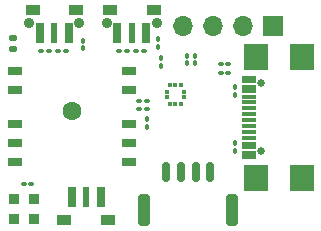
<source format=gbr>
%TF.GenerationSoftware,KiCad,Pcbnew,9.0.0*%
%TF.CreationDate,2025-06-12T14:50:32+02:00*%
%TF.ProjectId,hardware v4 pro max,68617264-7761-4726-9520-76342070726f,rev?*%
%TF.SameCoordinates,Original*%
%TF.FileFunction,Soldermask,Bot*%
%TF.FilePolarity,Negative*%
%FSLAX46Y46*%
G04 Gerber Fmt 4.6, Leading zero omitted, Abs format (unit mm)*
G04 Created by KiCad (PCBNEW 9.0.0) date 2025-06-12 14:50:32*
%MOMM*%
%LPD*%
G01*
G04 APERTURE LIST*
G04 Aperture macros list*
%AMRoundRect*
0 Rectangle with rounded corners*
0 $1 Rounding radius*
0 $2 $3 $4 $5 $6 $7 $8 $9 X,Y pos of 4 corners*
0 Add a 4 corners polygon primitive as box body*
4,1,4,$2,$3,$4,$5,$6,$7,$8,$9,$2,$3,0*
0 Add four circle primitives for the rounded corners*
1,1,$1+$1,$2,$3*
1,1,$1+$1,$4,$5*
1,1,$1+$1,$6,$7*
1,1,$1+$1,$8,$9*
0 Add four rect primitives between the rounded corners*
20,1,$1+$1,$2,$3,$4,$5,0*
20,1,$1+$1,$4,$5,$6,$7,0*
20,1,$1+$1,$6,$7,$8,$9,0*
20,1,$1+$1,$8,$9,$2,$3,0*%
G04 Aperture macros list end*
%ADD10R,1.700000X1.700000*%
%ADD11O,1.700000X1.700000*%
%ADD12RoundRect,0.100000X0.130000X0.100000X-0.130000X0.100000X-0.130000X-0.100000X0.130000X-0.100000X0*%
%ADD13R,0.325000X0.300000*%
%ADD14R,0.300000X0.325000*%
%ADD15RoundRect,0.100000X-0.130000X-0.100000X0.130000X-0.100000X0.130000X0.100000X-0.130000X0.100000X0*%
%ADD16RoundRect,0.100000X-0.100000X0.130000X-0.100000X-0.130000X0.100000X-0.130000X0.100000X0.130000X0*%
%ADD17RoundRect,0.100000X0.100000X-0.130000X0.100000X0.130000X-0.100000X0.130000X-0.100000X-0.130000X0*%
%ADD18RoundRect,0.140000X0.170000X-0.140000X0.170000X0.140000X-0.170000X0.140000X-0.170000X-0.140000X0*%
%ADD19C,0.900000*%
%ADD20R,0.750000X1.800000*%
%ADD21R,0.600000X1.800000*%
%ADD22R,1.300000X0.900000*%
%ADD23C,0.650000*%
%ADD24R,1.150000X0.300000*%
%ADD25R,2.000000X2.180000*%
%ADD26RoundRect,0.150000X0.150000X0.700000X-0.150000X0.700000X-0.150000X-0.700000X0.150000X-0.700000X0*%
%ADD27RoundRect,0.250000X0.250000X1.100000X-0.250000X1.100000X-0.250000X-1.100000X0.250000X-1.100000X0*%
%ADD28C,1.600000*%
%ADD29R,1.200000X0.800000*%
%ADD30R,0.900000X0.900000*%
G04 APERTURE END LIST*
D10*
%TO.C,J3*%
X148570000Y-92965000D03*
D11*
X146030000Y-92965000D03*
X143490000Y-92965000D03*
X140950000Y-92965000D03*
%TD*%
D12*
%TO.C,C14*%
X137860000Y-100020000D03*
X137220000Y-100020000D03*
%TD*%
D13*
%TO.C,U5*%
X139540000Y-99000000D03*
X139540000Y-98500000D03*
D14*
X139790000Y-97975000D03*
X140290000Y-97975000D03*
X140790000Y-97975000D03*
D13*
X141040000Y-98500000D03*
X141040000Y-99000000D03*
D14*
X140790000Y-99525000D03*
X140290000Y-99525000D03*
X139790000Y-99525000D03*
%TD*%
D12*
%TO.C,C29*%
X128080000Y-106350000D03*
X127440000Y-106350000D03*
%TD*%
D15*
%TO.C,R8*%
X135535000Y-95100000D03*
X136175000Y-95100000D03*
%TD*%
D16*
%TO.C,R20*%
X141250000Y-95480000D03*
X141250000Y-96120000D03*
%TD*%
D17*
%TO.C,R19*%
X137900000Y-101470000D03*
X137900000Y-100830000D03*
%TD*%
%TO.C,C30*%
X139100000Y-96320000D03*
X139100000Y-95680000D03*
%TD*%
D18*
%TO.C,C10*%
X126550000Y-94930000D03*
X126550000Y-93970000D03*
%TD*%
D15*
%TO.C,R9*%
X136975000Y-95100000D03*
X137615000Y-95100000D03*
%TD*%
D19*
%TO.C,S1*%
X127910000Y-92670000D03*
X132160000Y-92670000D03*
D20*
X128810000Y-93570000D03*
D21*
X130035000Y-93570000D03*
D20*
X131260000Y-93570000D03*
D22*
X128185000Y-91620000D03*
X131885000Y-91620000D03*
%TD*%
D15*
%TO.C,R10*%
X130380000Y-95050000D03*
X131020000Y-95050000D03*
%TD*%
D17*
%TO.C,C6*%
X138800000Y-94720000D03*
X138800000Y-94080000D03*
%TD*%
D15*
%TO.C,R7*%
X128930000Y-95050000D03*
X129570000Y-95050000D03*
%TD*%
D17*
%TO.C,R23*%
X141950000Y-96120000D03*
X141950000Y-95480000D03*
%TD*%
D23*
%TO.C,J4*%
X147567000Y-97780000D03*
X147567000Y-103560000D03*
D24*
X146492000Y-97320000D03*
X146492000Y-98120000D03*
X146492000Y-99420000D03*
X146492000Y-100420000D03*
X146492000Y-100920000D03*
X146492000Y-101920000D03*
X146492000Y-103220000D03*
X146492000Y-104020000D03*
X146492000Y-103720000D03*
X146492000Y-102920000D03*
X146492000Y-102420000D03*
X146492000Y-101420000D03*
X146492000Y-99920000D03*
X146492000Y-98920000D03*
X146492000Y-98420000D03*
X146492000Y-97620000D03*
D25*
X150997000Y-95560000D03*
X150997000Y-105780000D03*
X147067000Y-95560000D03*
X147067000Y-105780000D03*
%TD*%
D16*
%TO.C,R15*%
X145320000Y-102860000D03*
X145320000Y-103500000D03*
%TD*%
D12*
%TO.C,C19*%
X137870000Y-99310000D03*
X137230000Y-99310000D03*
%TD*%
D15*
%TO.C,R22*%
X144130000Y-96200000D03*
X144770000Y-96200000D03*
%TD*%
D17*
%TO.C,R14*%
X145300000Y-98770000D03*
X145300000Y-98130000D03*
%TD*%
D26*
%TO.C,U1*%
X143240000Y-105290000D03*
X141990000Y-105290000D03*
X140740000Y-105290000D03*
X139490000Y-105290000D03*
D27*
X145090000Y-108490000D03*
X137640000Y-108490000D03*
%TD*%
D12*
%TO.C,R24*%
X144770000Y-96900000D03*
X144130000Y-96900000D03*
%TD*%
D19*
%TO.C,S2*%
X134465000Y-92685000D03*
X138715000Y-92685000D03*
D20*
X135365000Y-93585000D03*
D21*
X136590000Y-93585000D03*
D20*
X137815000Y-93585000D03*
D22*
X134740000Y-91635000D03*
X138440000Y-91635000D03*
%TD*%
D17*
%TO.C,C7*%
X132500000Y-94820000D03*
X132500000Y-94180000D03*
%TD*%
D28*
%TO.C,PA1010D1*%
X131530000Y-100130000D03*
D29*
X136380000Y-96780000D03*
X136380000Y-98380000D03*
X136380000Y-101280000D03*
X136380000Y-102880000D03*
X136380000Y-104480000D03*
X126680000Y-104480000D03*
X126680000Y-102880000D03*
X126680000Y-101280000D03*
X126680000Y-98380000D03*
X126680000Y-96780000D03*
%TD*%
D30*
%TO.C,LED1*%
X128340000Y-109270000D03*
X128340000Y-107570000D03*
X126640000Y-107570000D03*
X126640000Y-109270000D03*
%TD*%
D20*
%TO.C,S3*%
X133965000Y-107435000D03*
D21*
X132740000Y-107435000D03*
D20*
X131515000Y-107435000D03*
D22*
X134590000Y-109385000D03*
X130890000Y-109385000D03*
%TD*%
M02*

</source>
